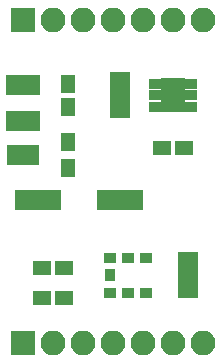
<source format=gts>
G04 #@! TF.FileFunction,Soldermask,Top*
%FSLAX46Y46*%
G04 Gerber Fmt 4.6, Leading zero omitted, Abs format (unit mm)*
G04 Created by KiCad (PCBNEW 4.0.7-e1-6374~58~ubuntu16.04.1) date Wed Aug  2 11:39:58 2017*
%MOMM*%
%LPD*%
G01*
G04 APERTURE LIST*
%ADD10C,0.100000*%
%ADD11R,1.150000X1.600000*%
%ADD12R,1.600000X1.150000*%
%ADD13R,1.370000X1.670000*%
%ADD14R,2.100000X2.100000*%
%ADD15O,2.100000X2.100000*%
%ADD16R,1.670000X1.370000*%
%ADD17R,1.300000X1.600000*%
%ADD18R,1.100000X1.700000*%
%ADD19R,1.000000X0.900000*%
%ADD20R,0.900000X1.000000*%
%ADD21R,1.250000X0.850000*%
%ADD22R,2.000000X2.900000*%
G04 APERTURE END LIST*
D10*
D11*
X172720000Y-110805000D03*
X172720000Y-108905000D03*
D12*
X172400000Y-127000000D03*
X170500000Y-127000000D03*
X182560000Y-114300000D03*
X180660000Y-114300000D03*
X172400000Y-124460000D03*
X170500000Y-124460000D03*
D13*
X168270000Y-114935000D03*
X169550000Y-114935000D03*
X168910000Y-118745000D03*
X170180000Y-118745000D03*
X171450000Y-118745000D03*
D14*
X168910000Y-130810000D03*
D15*
X171450000Y-130810000D03*
X173990000Y-130810000D03*
X176530000Y-130810000D03*
X179070000Y-130810000D03*
X181610000Y-130810000D03*
X184150000Y-130810000D03*
D14*
X168910000Y-103505000D03*
D15*
X171450000Y-103505000D03*
X173990000Y-103505000D03*
X176530000Y-103505000D03*
X179070000Y-103505000D03*
X181610000Y-103505000D03*
X184150000Y-103505000D03*
D16*
X182880000Y-123825000D03*
X182880000Y-125095000D03*
X182880000Y-126365000D03*
X177165000Y-108585000D03*
X177165000Y-109855000D03*
X177165000Y-111125000D03*
D17*
X172720000Y-116035000D03*
X172720000Y-113835000D03*
D18*
X167960000Y-112040000D03*
X168910000Y-112040000D03*
X169860000Y-112040000D03*
X169860000Y-108940000D03*
X168910000Y-108940000D03*
X167960000Y-108940000D03*
D19*
X176300000Y-126545000D03*
X177800000Y-126545000D03*
X179300000Y-126545000D03*
X179300000Y-123645000D03*
X177800000Y-123645000D03*
X176300000Y-123645000D03*
D20*
X176300000Y-125095000D03*
D21*
X180160000Y-108855000D03*
X180160000Y-109855000D03*
X180160000Y-110855000D03*
X183060000Y-110855000D03*
X183060000Y-109855000D03*
X183060000Y-108855000D03*
D22*
X181610000Y-109855000D03*
D13*
X178435000Y-118745000D03*
X177165000Y-118745000D03*
X175895000Y-118745000D03*
M02*

</source>
